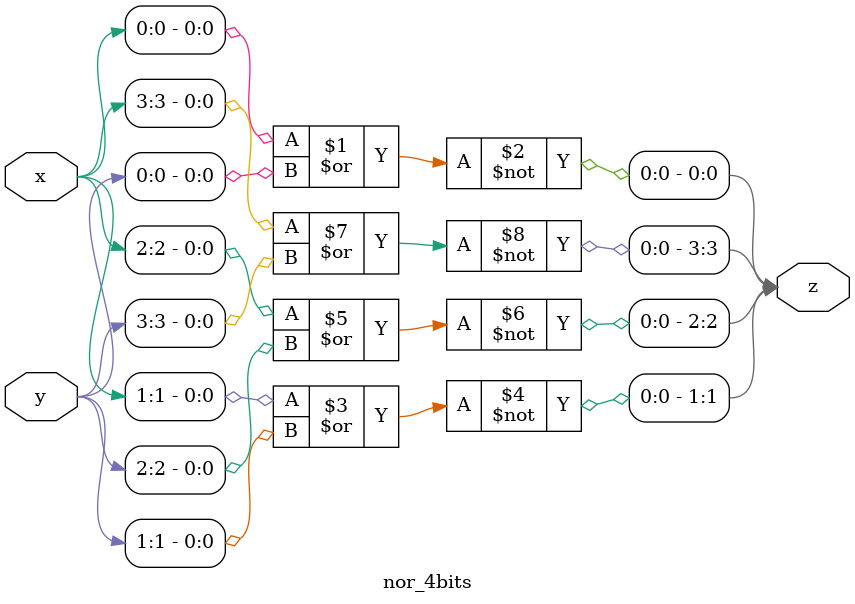
<source format=v>
`timescale 1ns / 1ps


module nor_4bits(
input [3:0]x,y,
output[3:0]z
    );
  nor nor0(z[0], x[0], y[0]);
    nor nor1(z[1], x[1], y[1]);
    nor nor2(z[2], x[2], y[2]);
    nor nor3(z[3], x[3], y[3]);  
    
endmodule

</source>
